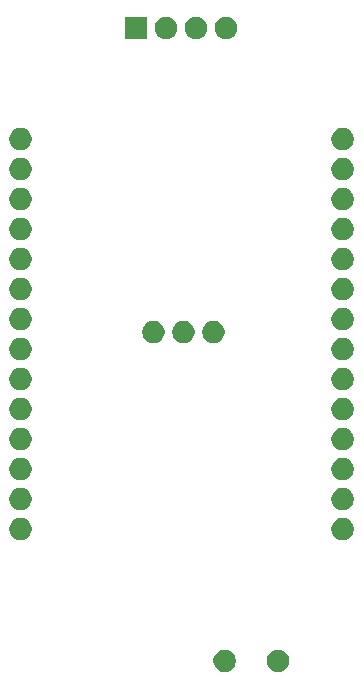
<source format=gbr>
G04 #@! TF.GenerationSoftware,KiCad,Pcbnew,(5.1.6-0-10_14)*
G04 #@! TF.CreationDate,2020-12-22T18:49:04+01:00*
G04 #@! TF.ProjectId,cdm324,63646d33-3234-42e6-9b69-6361645f7063,rev?*
G04 #@! TF.SameCoordinates,Original*
G04 #@! TF.FileFunction,Soldermask,Bot*
G04 #@! TF.FilePolarity,Negative*
%FSLAX46Y46*%
G04 Gerber Fmt 4.6, Leading zero omitted, Abs format (unit mm)*
G04 Created by KiCad (PCBNEW (5.1.6-0-10_14)) date 2020-12-22 18:49:04*
%MOMM*%
%LPD*%
G01*
G04 APERTURE LIST*
%ADD10C,0.100000*%
G04 APERTURE END LIST*
D10*
G36*
X108527105Y-121926508D02*
G01*
X108699994Y-121998121D01*
X108855590Y-122102087D01*
X108987913Y-122234410D01*
X109091879Y-122390006D01*
X109163492Y-122562895D01*
X109200000Y-122746433D01*
X109200000Y-122933567D01*
X109163492Y-123117105D01*
X109091879Y-123289994D01*
X108987913Y-123445590D01*
X108855590Y-123577913D01*
X108699994Y-123681879D01*
X108527105Y-123753492D01*
X108343567Y-123790000D01*
X108156433Y-123790000D01*
X107972895Y-123753492D01*
X107800006Y-123681879D01*
X107644410Y-123577913D01*
X107512087Y-123445590D01*
X107408121Y-123289994D01*
X107336508Y-123117105D01*
X107300000Y-122933567D01*
X107300000Y-122746433D01*
X107336508Y-122562895D01*
X107408121Y-122390006D01*
X107512087Y-122234410D01*
X107644410Y-122102087D01*
X107800006Y-121998121D01*
X107972895Y-121926508D01*
X108156433Y-121890000D01*
X108343567Y-121890000D01*
X108527105Y-121926508D01*
G37*
G36*
X104027105Y-121926508D02*
G01*
X104199994Y-121998121D01*
X104355590Y-122102087D01*
X104487913Y-122234410D01*
X104591879Y-122390006D01*
X104663492Y-122562895D01*
X104700000Y-122746433D01*
X104700000Y-122933567D01*
X104663492Y-123117105D01*
X104591879Y-123289994D01*
X104487913Y-123445590D01*
X104355590Y-123577913D01*
X104199994Y-123681879D01*
X104027105Y-123753492D01*
X103843567Y-123790000D01*
X103656433Y-123790000D01*
X103472895Y-123753492D01*
X103300006Y-123681879D01*
X103144410Y-123577913D01*
X103012087Y-123445590D01*
X102908121Y-123289994D01*
X102836508Y-123117105D01*
X102800000Y-122933567D01*
X102800000Y-122746433D01*
X102836508Y-122562895D01*
X102908121Y-122390006D01*
X103012087Y-122234410D01*
X103144410Y-122102087D01*
X103300006Y-121998121D01*
X103472895Y-121926508D01*
X103656433Y-121890000D01*
X103843567Y-121890000D01*
X104027105Y-121926508D01*
G37*
G36*
X114017105Y-110786508D02*
G01*
X114189994Y-110858121D01*
X114345590Y-110962087D01*
X114477913Y-111094410D01*
X114581879Y-111250006D01*
X114653492Y-111422895D01*
X114690000Y-111606433D01*
X114690000Y-111793567D01*
X114653492Y-111977105D01*
X114581879Y-112149994D01*
X114477913Y-112305590D01*
X114345590Y-112437913D01*
X114189994Y-112541879D01*
X114017105Y-112613492D01*
X113833567Y-112650000D01*
X113646433Y-112650000D01*
X113462895Y-112613492D01*
X113290006Y-112541879D01*
X113134410Y-112437913D01*
X113002087Y-112305590D01*
X112898121Y-112149994D01*
X112826508Y-111977105D01*
X112790000Y-111793567D01*
X112790000Y-111606433D01*
X112826508Y-111422895D01*
X112898121Y-111250006D01*
X113002087Y-111094410D01*
X113134410Y-110962087D01*
X113290006Y-110858121D01*
X113462895Y-110786508D01*
X113646433Y-110750000D01*
X113833567Y-110750000D01*
X114017105Y-110786508D01*
G37*
G36*
X86737105Y-110786508D02*
G01*
X86909994Y-110858121D01*
X87065590Y-110962087D01*
X87197913Y-111094410D01*
X87301879Y-111250006D01*
X87373492Y-111422895D01*
X87410000Y-111606433D01*
X87410000Y-111793567D01*
X87373492Y-111977105D01*
X87301879Y-112149994D01*
X87197913Y-112305590D01*
X87065590Y-112437913D01*
X86909994Y-112541879D01*
X86737105Y-112613492D01*
X86553567Y-112650000D01*
X86366433Y-112650000D01*
X86182895Y-112613492D01*
X86010006Y-112541879D01*
X85854410Y-112437913D01*
X85722087Y-112305590D01*
X85618121Y-112149994D01*
X85546508Y-111977105D01*
X85510000Y-111793567D01*
X85510000Y-111606433D01*
X85546508Y-111422895D01*
X85618121Y-111250006D01*
X85722087Y-111094410D01*
X85854410Y-110962087D01*
X86010006Y-110858121D01*
X86182895Y-110786508D01*
X86366433Y-110750000D01*
X86553567Y-110750000D01*
X86737105Y-110786508D01*
G37*
G36*
X114017105Y-108246508D02*
G01*
X114189994Y-108318121D01*
X114345590Y-108422087D01*
X114477913Y-108554410D01*
X114581879Y-108710006D01*
X114653492Y-108882895D01*
X114690000Y-109066433D01*
X114690000Y-109253567D01*
X114653492Y-109437105D01*
X114581879Y-109609994D01*
X114477913Y-109765590D01*
X114345590Y-109897913D01*
X114189994Y-110001879D01*
X114017105Y-110073492D01*
X113833567Y-110110000D01*
X113646433Y-110110000D01*
X113462895Y-110073492D01*
X113290006Y-110001879D01*
X113134410Y-109897913D01*
X113002087Y-109765590D01*
X112898121Y-109609994D01*
X112826508Y-109437105D01*
X112790000Y-109253567D01*
X112790000Y-109066433D01*
X112826508Y-108882895D01*
X112898121Y-108710006D01*
X113002087Y-108554410D01*
X113134410Y-108422087D01*
X113290006Y-108318121D01*
X113462895Y-108246508D01*
X113646433Y-108210000D01*
X113833567Y-108210000D01*
X114017105Y-108246508D01*
G37*
G36*
X86737105Y-108246508D02*
G01*
X86909994Y-108318121D01*
X87065590Y-108422087D01*
X87197913Y-108554410D01*
X87301879Y-108710006D01*
X87373492Y-108882895D01*
X87410000Y-109066433D01*
X87410000Y-109253567D01*
X87373492Y-109437105D01*
X87301879Y-109609994D01*
X87197913Y-109765590D01*
X87065590Y-109897913D01*
X86909994Y-110001879D01*
X86737105Y-110073492D01*
X86553567Y-110110000D01*
X86366433Y-110110000D01*
X86182895Y-110073492D01*
X86010006Y-110001879D01*
X85854410Y-109897913D01*
X85722087Y-109765590D01*
X85618121Y-109609994D01*
X85546508Y-109437105D01*
X85510000Y-109253567D01*
X85510000Y-109066433D01*
X85546508Y-108882895D01*
X85618121Y-108710006D01*
X85722087Y-108554410D01*
X85854410Y-108422087D01*
X86010006Y-108318121D01*
X86182895Y-108246508D01*
X86366433Y-108210000D01*
X86553567Y-108210000D01*
X86737105Y-108246508D01*
G37*
G36*
X114017105Y-105706508D02*
G01*
X114189994Y-105778121D01*
X114345590Y-105882087D01*
X114477913Y-106014410D01*
X114581879Y-106170006D01*
X114653492Y-106342895D01*
X114690000Y-106526433D01*
X114690000Y-106713567D01*
X114653492Y-106897105D01*
X114581879Y-107069994D01*
X114477913Y-107225590D01*
X114345590Y-107357913D01*
X114189994Y-107461879D01*
X114017105Y-107533492D01*
X113833567Y-107570000D01*
X113646433Y-107570000D01*
X113462895Y-107533492D01*
X113290006Y-107461879D01*
X113134410Y-107357913D01*
X113002087Y-107225590D01*
X112898121Y-107069994D01*
X112826508Y-106897105D01*
X112790000Y-106713567D01*
X112790000Y-106526433D01*
X112826508Y-106342895D01*
X112898121Y-106170006D01*
X113002087Y-106014410D01*
X113134410Y-105882087D01*
X113290006Y-105778121D01*
X113462895Y-105706508D01*
X113646433Y-105670000D01*
X113833567Y-105670000D01*
X114017105Y-105706508D01*
G37*
G36*
X86737105Y-105706508D02*
G01*
X86909994Y-105778121D01*
X87065590Y-105882087D01*
X87197913Y-106014410D01*
X87301879Y-106170006D01*
X87373492Y-106342895D01*
X87410000Y-106526433D01*
X87410000Y-106713567D01*
X87373492Y-106897105D01*
X87301879Y-107069994D01*
X87197913Y-107225590D01*
X87065590Y-107357913D01*
X86909994Y-107461879D01*
X86737105Y-107533492D01*
X86553567Y-107570000D01*
X86366433Y-107570000D01*
X86182895Y-107533492D01*
X86010006Y-107461879D01*
X85854410Y-107357913D01*
X85722087Y-107225590D01*
X85618121Y-107069994D01*
X85546508Y-106897105D01*
X85510000Y-106713567D01*
X85510000Y-106526433D01*
X85546508Y-106342895D01*
X85618121Y-106170006D01*
X85722087Y-106014410D01*
X85854410Y-105882087D01*
X86010006Y-105778121D01*
X86182895Y-105706508D01*
X86366433Y-105670000D01*
X86553567Y-105670000D01*
X86737105Y-105706508D01*
G37*
G36*
X114017105Y-103166508D02*
G01*
X114189994Y-103238121D01*
X114345590Y-103342087D01*
X114477913Y-103474410D01*
X114581879Y-103630006D01*
X114653492Y-103802895D01*
X114690000Y-103986433D01*
X114690000Y-104173567D01*
X114653492Y-104357105D01*
X114581879Y-104529994D01*
X114477913Y-104685590D01*
X114345590Y-104817913D01*
X114189994Y-104921879D01*
X114017105Y-104993492D01*
X113833567Y-105030000D01*
X113646433Y-105030000D01*
X113462895Y-104993492D01*
X113290006Y-104921879D01*
X113134410Y-104817913D01*
X113002087Y-104685590D01*
X112898121Y-104529994D01*
X112826508Y-104357105D01*
X112790000Y-104173567D01*
X112790000Y-103986433D01*
X112826508Y-103802895D01*
X112898121Y-103630006D01*
X113002087Y-103474410D01*
X113134410Y-103342087D01*
X113290006Y-103238121D01*
X113462895Y-103166508D01*
X113646433Y-103130000D01*
X113833567Y-103130000D01*
X114017105Y-103166508D01*
G37*
G36*
X86737105Y-103166508D02*
G01*
X86909994Y-103238121D01*
X87065590Y-103342087D01*
X87197913Y-103474410D01*
X87301879Y-103630006D01*
X87373492Y-103802895D01*
X87410000Y-103986433D01*
X87410000Y-104173567D01*
X87373492Y-104357105D01*
X87301879Y-104529994D01*
X87197913Y-104685590D01*
X87065590Y-104817913D01*
X86909994Y-104921879D01*
X86737105Y-104993492D01*
X86553567Y-105030000D01*
X86366433Y-105030000D01*
X86182895Y-104993492D01*
X86010006Y-104921879D01*
X85854410Y-104817913D01*
X85722087Y-104685590D01*
X85618121Y-104529994D01*
X85546508Y-104357105D01*
X85510000Y-104173567D01*
X85510000Y-103986433D01*
X85546508Y-103802895D01*
X85618121Y-103630006D01*
X85722087Y-103474410D01*
X85854410Y-103342087D01*
X86010006Y-103238121D01*
X86182895Y-103166508D01*
X86366433Y-103130000D01*
X86553567Y-103130000D01*
X86737105Y-103166508D01*
G37*
G36*
X114017105Y-100626508D02*
G01*
X114189994Y-100698121D01*
X114345590Y-100802087D01*
X114477913Y-100934410D01*
X114581879Y-101090006D01*
X114653492Y-101262895D01*
X114690000Y-101446433D01*
X114690000Y-101633567D01*
X114653492Y-101817105D01*
X114581879Y-101989994D01*
X114477913Y-102145590D01*
X114345590Y-102277913D01*
X114189994Y-102381879D01*
X114017105Y-102453492D01*
X113833567Y-102490000D01*
X113646433Y-102490000D01*
X113462895Y-102453492D01*
X113290006Y-102381879D01*
X113134410Y-102277913D01*
X113002087Y-102145590D01*
X112898121Y-101989994D01*
X112826508Y-101817105D01*
X112790000Y-101633567D01*
X112790000Y-101446433D01*
X112826508Y-101262895D01*
X112898121Y-101090006D01*
X113002087Y-100934410D01*
X113134410Y-100802087D01*
X113290006Y-100698121D01*
X113462895Y-100626508D01*
X113646433Y-100590000D01*
X113833567Y-100590000D01*
X114017105Y-100626508D01*
G37*
G36*
X86737105Y-100626508D02*
G01*
X86909994Y-100698121D01*
X87065590Y-100802087D01*
X87197913Y-100934410D01*
X87301879Y-101090006D01*
X87373492Y-101262895D01*
X87410000Y-101446433D01*
X87410000Y-101633567D01*
X87373492Y-101817105D01*
X87301879Y-101989994D01*
X87197913Y-102145590D01*
X87065590Y-102277913D01*
X86909994Y-102381879D01*
X86737105Y-102453492D01*
X86553567Y-102490000D01*
X86366433Y-102490000D01*
X86182895Y-102453492D01*
X86010006Y-102381879D01*
X85854410Y-102277913D01*
X85722087Y-102145590D01*
X85618121Y-101989994D01*
X85546508Y-101817105D01*
X85510000Y-101633567D01*
X85510000Y-101446433D01*
X85546508Y-101262895D01*
X85618121Y-101090006D01*
X85722087Y-100934410D01*
X85854410Y-100802087D01*
X86010006Y-100698121D01*
X86182895Y-100626508D01*
X86366433Y-100590000D01*
X86553567Y-100590000D01*
X86737105Y-100626508D01*
G37*
G36*
X86737105Y-98086508D02*
G01*
X86909994Y-98158121D01*
X87065590Y-98262087D01*
X87197913Y-98394410D01*
X87301879Y-98550006D01*
X87373492Y-98722895D01*
X87410000Y-98906433D01*
X87410000Y-99093567D01*
X87373492Y-99277105D01*
X87301879Y-99449994D01*
X87197913Y-99605590D01*
X87065590Y-99737913D01*
X86909994Y-99841879D01*
X86737105Y-99913492D01*
X86553567Y-99950000D01*
X86366433Y-99950000D01*
X86182895Y-99913492D01*
X86010006Y-99841879D01*
X85854410Y-99737913D01*
X85722087Y-99605590D01*
X85618121Y-99449994D01*
X85546508Y-99277105D01*
X85510000Y-99093567D01*
X85510000Y-98906433D01*
X85546508Y-98722895D01*
X85618121Y-98550006D01*
X85722087Y-98394410D01*
X85854410Y-98262087D01*
X86010006Y-98158121D01*
X86182895Y-98086508D01*
X86366433Y-98050000D01*
X86553567Y-98050000D01*
X86737105Y-98086508D01*
G37*
G36*
X114017105Y-98086508D02*
G01*
X114189994Y-98158121D01*
X114345590Y-98262087D01*
X114477913Y-98394410D01*
X114581879Y-98550006D01*
X114653492Y-98722895D01*
X114690000Y-98906433D01*
X114690000Y-99093567D01*
X114653492Y-99277105D01*
X114581879Y-99449994D01*
X114477913Y-99605590D01*
X114345590Y-99737913D01*
X114189994Y-99841879D01*
X114017105Y-99913492D01*
X113833567Y-99950000D01*
X113646433Y-99950000D01*
X113462895Y-99913492D01*
X113290006Y-99841879D01*
X113134410Y-99737913D01*
X113002087Y-99605590D01*
X112898121Y-99449994D01*
X112826508Y-99277105D01*
X112790000Y-99093567D01*
X112790000Y-98906433D01*
X112826508Y-98722895D01*
X112898121Y-98550006D01*
X113002087Y-98394410D01*
X113134410Y-98262087D01*
X113290006Y-98158121D01*
X113462895Y-98086508D01*
X113646433Y-98050000D01*
X113833567Y-98050000D01*
X114017105Y-98086508D01*
G37*
G36*
X114017105Y-95546508D02*
G01*
X114189994Y-95618121D01*
X114345590Y-95722087D01*
X114477913Y-95854410D01*
X114581879Y-96010006D01*
X114653492Y-96182895D01*
X114690000Y-96366433D01*
X114690000Y-96553567D01*
X114653492Y-96737105D01*
X114581879Y-96909994D01*
X114477913Y-97065590D01*
X114345590Y-97197913D01*
X114189994Y-97301879D01*
X114017105Y-97373492D01*
X113833567Y-97410000D01*
X113646433Y-97410000D01*
X113462895Y-97373492D01*
X113290006Y-97301879D01*
X113134410Y-97197913D01*
X113002087Y-97065590D01*
X112898121Y-96909994D01*
X112826508Y-96737105D01*
X112790000Y-96553567D01*
X112790000Y-96366433D01*
X112826508Y-96182895D01*
X112898121Y-96010006D01*
X113002087Y-95854410D01*
X113134410Y-95722087D01*
X113290006Y-95618121D01*
X113462895Y-95546508D01*
X113646433Y-95510000D01*
X113833567Y-95510000D01*
X114017105Y-95546508D01*
G37*
G36*
X86737105Y-95546508D02*
G01*
X86909994Y-95618121D01*
X87065590Y-95722087D01*
X87197913Y-95854410D01*
X87301879Y-96010006D01*
X87373492Y-96182895D01*
X87410000Y-96366433D01*
X87410000Y-96553567D01*
X87373492Y-96737105D01*
X87301879Y-96909994D01*
X87197913Y-97065590D01*
X87065590Y-97197913D01*
X86909994Y-97301879D01*
X86737105Y-97373492D01*
X86553567Y-97410000D01*
X86366433Y-97410000D01*
X86182895Y-97373492D01*
X86010006Y-97301879D01*
X85854410Y-97197913D01*
X85722087Y-97065590D01*
X85618121Y-96909994D01*
X85546508Y-96737105D01*
X85510000Y-96553567D01*
X85510000Y-96366433D01*
X85546508Y-96182895D01*
X85618121Y-96010006D01*
X85722087Y-95854410D01*
X85854410Y-95722087D01*
X86010006Y-95618121D01*
X86182895Y-95546508D01*
X86366433Y-95510000D01*
X86553567Y-95510000D01*
X86737105Y-95546508D01*
G37*
G36*
X103067105Y-94086508D02*
G01*
X103239994Y-94158121D01*
X103395590Y-94262087D01*
X103527913Y-94394410D01*
X103631879Y-94550006D01*
X103703492Y-94722895D01*
X103740000Y-94906433D01*
X103740000Y-95093567D01*
X103703492Y-95277105D01*
X103631879Y-95449994D01*
X103527913Y-95605590D01*
X103395590Y-95737913D01*
X103239994Y-95841879D01*
X103067105Y-95913492D01*
X102883567Y-95950000D01*
X102696433Y-95950000D01*
X102512895Y-95913492D01*
X102340006Y-95841879D01*
X102184410Y-95737913D01*
X102052087Y-95605590D01*
X101948121Y-95449994D01*
X101876508Y-95277105D01*
X101840000Y-95093567D01*
X101840000Y-94906433D01*
X101876508Y-94722895D01*
X101948121Y-94550006D01*
X102052087Y-94394410D01*
X102184410Y-94262087D01*
X102340006Y-94158121D01*
X102512895Y-94086508D01*
X102696433Y-94050000D01*
X102883567Y-94050000D01*
X103067105Y-94086508D01*
G37*
G36*
X100527105Y-94086508D02*
G01*
X100699994Y-94158121D01*
X100855590Y-94262087D01*
X100987913Y-94394410D01*
X101091879Y-94550006D01*
X101163492Y-94722895D01*
X101200000Y-94906433D01*
X101200000Y-95093567D01*
X101163492Y-95277105D01*
X101091879Y-95449994D01*
X100987913Y-95605590D01*
X100855590Y-95737913D01*
X100699994Y-95841879D01*
X100527105Y-95913492D01*
X100343567Y-95950000D01*
X100156433Y-95950000D01*
X99972895Y-95913492D01*
X99800006Y-95841879D01*
X99644410Y-95737913D01*
X99512087Y-95605590D01*
X99408121Y-95449994D01*
X99336508Y-95277105D01*
X99300000Y-95093567D01*
X99300000Y-94906433D01*
X99336508Y-94722895D01*
X99408121Y-94550006D01*
X99512087Y-94394410D01*
X99644410Y-94262087D01*
X99800006Y-94158121D01*
X99972895Y-94086508D01*
X100156433Y-94050000D01*
X100343567Y-94050000D01*
X100527105Y-94086508D01*
G37*
G36*
X97987105Y-94086508D02*
G01*
X98159994Y-94158121D01*
X98315590Y-94262087D01*
X98447913Y-94394410D01*
X98551879Y-94550006D01*
X98623492Y-94722895D01*
X98660000Y-94906433D01*
X98660000Y-95093567D01*
X98623492Y-95277105D01*
X98551879Y-95449994D01*
X98447913Y-95605590D01*
X98315590Y-95737913D01*
X98159994Y-95841879D01*
X97987105Y-95913492D01*
X97803567Y-95950000D01*
X97616433Y-95950000D01*
X97432895Y-95913492D01*
X97260006Y-95841879D01*
X97104410Y-95737913D01*
X96972087Y-95605590D01*
X96868121Y-95449994D01*
X96796508Y-95277105D01*
X96760000Y-95093567D01*
X96760000Y-94906433D01*
X96796508Y-94722895D01*
X96868121Y-94550006D01*
X96972087Y-94394410D01*
X97104410Y-94262087D01*
X97260006Y-94158121D01*
X97432895Y-94086508D01*
X97616433Y-94050000D01*
X97803567Y-94050000D01*
X97987105Y-94086508D01*
G37*
G36*
X114017105Y-93006508D02*
G01*
X114189994Y-93078121D01*
X114345590Y-93182087D01*
X114477913Y-93314410D01*
X114581879Y-93470006D01*
X114653492Y-93642895D01*
X114690000Y-93826433D01*
X114690000Y-94013567D01*
X114653492Y-94197105D01*
X114581879Y-94369994D01*
X114477913Y-94525590D01*
X114345590Y-94657913D01*
X114189994Y-94761879D01*
X114017105Y-94833492D01*
X113833567Y-94870000D01*
X113646433Y-94870000D01*
X113462895Y-94833492D01*
X113290006Y-94761879D01*
X113134410Y-94657913D01*
X113002087Y-94525590D01*
X112898121Y-94369994D01*
X112826508Y-94197105D01*
X112790000Y-94013567D01*
X112790000Y-93826433D01*
X112826508Y-93642895D01*
X112898121Y-93470006D01*
X113002087Y-93314410D01*
X113134410Y-93182087D01*
X113290006Y-93078121D01*
X113462895Y-93006508D01*
X113646433Y-92970000D01*
X113833567Y-92970000D01*
X114017105Y-93006508D01*
G37*
G36*
X86737105Y-93006508D02*
G01*
X86909994Y-93078121D01*
X87065590Y-93182087D01*
X87197913Y-93314410D01*
X87301879Y-93470006D01*
X87373492Y-93642895D01*
X87410000Y-93826433D01*
X87410000Y-94013567D01*
X87373492Y-94197105D01*
X87301879Y-94369994D01*
X87197913Y-94525590D01*
X87065590Y-94657913D01*
X86909994Y-94761879D01*
X86737105Y-94833492D01*
X86553567Y-94870000D01*
X86366433Y-94870000D01*
X86182895Y-94833492D01*
X86010006Y-94761879D01*
X85854410Y-94657913D01*
X85722087Y-94525590D01*
X85618121Y-94369994D01*
X85546508Y-94197105D01*
X85510000Y-94013567D01*
X85510000Y-93826433D01*
X85546508Y-93642895D01*
X85618121Y-93470006D01*
X85722087Y-93314410D01*
X85854410Y-93182087D01*
X86010006Y-93078121D01*
X86182895Y-93006508D01*
X86366433Y-92970000D01*
X86553567Y-92970000D01*
X86737105Y-93006508D01*
G37*
G36*
X114017105Y-90466508D02*
G01*
X114189994Y-90538121D01*
X114345590Y-90642087D01*
X114477913Y-90774410D01*
X114581879Y-90930006D01*
X114653492Y-91102895D01*
X114690000Y-91286433D01*
X114690000Y-91473567D01*
X114653492Y-91657105D01*
X114581879Y-91829994D01*
X114477913Y-91985590D01*
X114345590Y-92117913D01*
X114189994Y-92221879D01*
X114017105Y-92293492D01*
X113833567Y-92330000D01*
X113646433Y-92330000D01*
X113462895Y-92293492D01*
X113290006Y-92221879D01*
X113134410Y-92117913D01*
X113002087Y-91985590D01*
X112898121Y-91829994D01*
X112826508Y-91657105D01*
X112790000Y-91473567D01*
X112790000Y-91286433D01*
X112826508Y-91102895D01*
X112898121Y-90930006D01*
X113002087Y-90774410D01*
X113134410Y-90642087D01*
X113290006Y-90538121D01*
X113462895Y-90466508D01*
X113646433Y-90430000D01*
X113833567Y-90430000D01*
X114017105Y-90466508D01*
G37*
G36*
X86737105Y-90466508D02*
G01*
X86909994Y-90538121D01*
X87065590Y-90642087D01*
X87197913Y-90774410D01*
X87301879Y-90930006D01*
X87373492Y-91102895D01*
X87410000Y-91286433D01*
X87410000Y-91473567D01*
X87373492Y-91657105D01*
X87301879Y-91829994D01*
X87197913Y-91985590D01*
X87065590Y-92117913D01*
X86909994Y-92221879D01*
X86737105Y-92293492D01*
X86553567Y-92330000D01*
X86366433Y-92330000D01*
X86182895Y-92293492D01*
X86010006Y-92221879D01*
X85854410Y-92117913D01*
X85722087Y-91985590D01*
X85618121Y-91829994D01*
X85546508Y-91657105D01*
X85510000Y-91473567D01*
X85510000Y-91286433D01*
X85546508Y-91102895D01*
X85618121Y-90930006D01*
X85722087Y-90774410D01*
X85854410Y-90642087D01*
X86010006Y-90538121D01*
X86182895Y-90466508D01*
X86366433Y-90430000D01*
X86553567Y-90430000D01*
X86737105Y-90466508D01*
G37*
G36*
X114017105Y-87926508D02*
G01*
X114189994Y-87998121D01*
X114345590Y-88102087D01*
X114477913Y-88234410D01*
X114581879Y-88390006D01*
X114653492Y-88562895D01*
X114690000Y-88746433D01*
X114690000Y-88933567D01*
X114653492Y-89117105D01*
X114581879Y-89289994D01*
X114477913Y-89445590D01*
X114345590Y-89577913D01*
X114189994Y-89681879D01*
X114017105Y-89753492D01*
X113833567Y-89790000D01*
X113646433Y-89790000D01*
X113462895Y-89753492D01*
X113290006Y-89681879D01*
X113134410Y-89577913D01*
X113002087Y-89445590D01*
X112898121Y-89289994D01*
X112826508Y-89117105D01*
X112790000Y-88933567D01*
X112790000Y-88746433D01*
X112826508Y-88562895D01*
X112898121Y-88390006D01*
X113002087Y-88234410D01*
X113134410Y-88102087D01*
X113290006Y-87998121D01*
X113462895Y-87926508D01*
X113646433Y-87890000D01*
X113833567Y-87890000D01*
X114017105Y-87926508D01*
G37*
G36*
X86737105Y-87926508D02*
G01*
X86909994Y-87998121D01*
X87065590Y-88102087D01*
X87197913Y-88234410D01*
X87301879Y-88390006D01*
X87373492Y-88562895D01*
X87410000Y-88746433D01*
X87410000Y-88933567D01*
X87373492Y-89117105D01*
X87301879Y-89289994D01*
X87197913Y-89445590D01*
X87065590Y-89577913D01*
X86909994Y-89681879D01*
X86737105Y-89753492D01*
X86553567Y-89790000D01*
X86366433Y-89790000D01*
X86182895Y-89753492D01*
X86010006Y-89681879D01*
X85854410Y-89577913D01*
X85722087Y-89445590D01*
X85618121Y-89289994D01*
X85546508Y-89117105D01*
X85510000Y-88933567D01*
X85510000Y-88746433D01*
X85546508Y-88562895D01*
X85618121Y-88390006D01*
X85722087Y-88234410D01*
X85854410Y-88102087D01*
X86010006Y-87998121D01*
X86182895Y-87926508D01*
X86366433Y-87890000D01*
X86553567Y-87890000D01*
X86737105Y-87926508D01*
G37*
G36*
X114017105Y-85386508D02*
G01*
X114189994Y-85458121D01*
X114345590Y-85562087D01*
X114477913Y-85694410D01*
X114581879Y-85850006D01*
X114653492Y-86022895D01*
X114690000Y-86206433D01*
X114690000Y-86393567D01*
X114653492Y-86577105D01*
X114581879Y-86749994D01*
X114477913Y-86905590D01*
X114345590Y-87037913D01*
X114189994Y-87141879D01*
X114017105Y-87213492D01*
X113833567Y-87250000D01*
X113646433Y-87250000D01*
X113462895Y-87213492D01*
X113290006Y-87141879D01*
X113134410Y-87037913D01*
X113002087Y-86905590D01*
X112898121Y-86749994D01*
X112826508Y-86577105D01*
X112790000Y-86393567D01*
X112790000Y-86206433D01*
X112826508Y-86022895D01*
X112898121Y-85850006D01*
X113002087Y-85694410D01*
X113134410Y-85562087D01*
X113290006Y-85458121D01*
X113462895Y-85386508D01*
X113646433Y-85350000D01*
X113833567Y-85350000D01*
X114017105Y-85386508D01*
G37*
G36*
X86737105Y-85386508D02*
G01*
X86909994Y-85458121D01*
X87065590Y-85562087D01*
X87197913Y-85694410D01*
X87301879Y-85850006D01*
X87373492Y-86022895D01*
X87410000Y-86206433D01*
X87410000Y-86393567D01*
X87373492Y-86577105D01*
X87301879Y-86749994D01*
X87197913Y-86905590D01*
X87065590Y-87037913D01*
X86909994Y-87141879D01*
X86737105Y-87213492D01*
X86553567Y-87250000D01*
X86366433Y-87250000D01*
X86182895Y-87213492D01*
X86010006Y-87141879D01*
X85854410Y-87037913D01*
X85722087Y-86905590D01*
X85618121Y-86749994D01*
X85546508Y-86577105D01*
X85510000Y-86393567D01*
X85510000Y-86206433D01*
X85546508Y-86022895D01*
X85618121Y-85850006D01*
X85722087Y-85694410D01*
X85854410Y-85562087D01*
X86010006Y-85458121D01*
X86182895Y-85386508D01*
X86366433Y-85350000D01*
X86553567Y-85350000D01*
X86737105Y-85386508D01*
G37*
G36*
X86737105Y-82846508D02*
G01*
X86909994Y-82918121D01*
X87065590Y-83022087D01*
X87197913Y-83154410D01*
X87301879Y-83310006D01*
X87373492Y-83482895D01*
X87410000Y-83666433D01*
X87410000Y-83853567D01*
X87373492Y-84037105D01*
X87301879Y-84209994D01*
X87197913Y-84365590D01*
X87065590Y-84497913D01*
X86909994Y-84601879D01*
X86737105Y-84673492D01*
X86553567Y-84710000D01*
X86366433Y-84710000D01*
X86182895Y-84673492D01*
X86010006Y-84601879D01*
X85854410Y-84497913D01*
X85722087Y-84365590D01*
X85618121Y-84209994D01*
X85546508Y-84037105D01*
X85510000Y-83853567D01*
X85510000Y-83666433D01*
X85546508Y-83482895D01*
X85618121Y-83310006D01*
X85722087Y-83154410D01*
X85854410Y-83022087D01*
X86010006Y-82918121D01*
X86182895Y-82846508D01*
X86366433Y-82810000D01*
X86553567Y-82810000D01*
X86737105Y-82846508D01*
G37*
G36*
X114017105Y-82846508D02*
G01*
X114189994Y-82918121D01*
X114345590Y-83022087D01*
X114477913Y-83154410D01*
X114581879Y-83310006D01*
X114653492Y-83482895D01*
X114690000Y-83666433D01*
X114690000Y-83853567D01*
X114653492Y-84037105D01*
X114581879Y-84209994D01*
X114477913Y-84365590D01*
X114345590Y-84497913D01*
X114189994Y-84601879D01*
X114017105Y-84673492D01*
X113833567Y-84710000D01*
X113646433Y-84710000D01*
X113462895Y-84673492D01*
X113290006Y-84601879D01*
X113134410Y-84497913D01*
X113002087Y-84365590D01*
X112898121Y-84209994D01*
X112826508Y-84037105D01*
X112790000Y-83853567D01*
X112790000Y-83666433D01*
X112826508Y-83482895D01*
X112898121Y-83310006D01*
X113002087Y-83154410D01*
X113134410Y-83022087D01*
X113290006Y-82918121D01*
X113462895Y-82846508D01*
X113646433Y-82810000D01*
X113833567Y-82810000D01*
X114017105Y-82846508D01*
G37*
G36*
X86737105Y-80306508D02*
G01*
X86909994Y-80378121D01*
X87065590Y-80482087D01*
X87197913Y-80614410D01*
X87301879Y-80770006D01*
X87373492Y-80942895D01*
X87410000Y-81126433D01*
X87410000Y-81313567D01*
X87373492Y-81497105D01*
X87301879Y-81669994D01*
X87197913Y-81825590D01*
X87065590Y-81957913D01*
X86909994Y-82061879D01*
X86737105Y-82133492D01*
X86553567Y-82170000D01*
X86366433Y-82170000D01*
X86182895Y-82133492D01*
X86010006Y-82061879D01*
X85854410Y-81957913D01*
X85722087Y-81825590D01*
X85618121Y-81669994D01*
X85546508Y-81497105D01*
X85510000Y-81313567D01*
X85510000Y-81126433D01*
X85546508Y-80942895D01*
X85618121Y-80770006D01*
X85722087Y-80614410D01*
X85854410Y-80482087D01*
X86010006Y-80378121D01*
X86182895Y-80306508D01*
X86366433Y-80270000D01*
X86553567Y-80270000D01*
X86737105Y-80306508D01*
G37*
G36*
X114017105Y-80306508D02*
G01*
X114189994Y-80378121D01*
X114345590Y-80482087D01*
X114477913Y-80614410D01*
X114581879Y-80770006D01*
X114653492Y-80942895D01*
X114690000Y-81126433D01*
X114690000Y-81313567D01*
X114653492Y-81497105D01*
X114581879Y-81669994D01*
X114477913Y-81825590D01*
X114345590Y-81957913D01*
X114189994Y-82061879D01*
X114017105Y-82133492D01*
X113833567Y-82170000D01*
X113646433Y-82170000D01*
X113462895Y-82133492D01*
X113290006Y-82061879D01*
X113134410Y-81957913D01*
X113002087Y-81825590D01*
X112898121Y-81669994D01*
X112826508Y-81497105D01*
X112790000Y-81313567D01*
X112790000Y-81126433D01*
X112826508Y-80942895D01*
X112898121Y-80770006D01*
X113002087Y-80614410D01*
X113134410Y-80482087D01*
X113290006Y-80378121D01*
X113462895Y-80306508D01*
X113646433Y-80270000D01*
X113833567Y-80270000D01*
X114017105Y-80306508D01*
G37*
G36*
X86737105Y-77766508D02*
G01*
X86909994Y-77838121D01*
X87065590Y-77942087D01*
X87197913Y-78074410D01*
X87301879Y-78230006D01*
X87373492Y-78402895D01*
X87410000Y-78586433D01*
X87410000Y-78773567D01*
X87373492Y-78957105D01*
X87301879Y-79129994D01*
X87197913Y-79285590D01*
X87065590Y-79417913D01*
X86909994Y-79521879D01*
X86737105Y-79593492D01*
X86553567Y-79630000D01*
X86366433Y-79630000D01*
X86182895Y-79593492D01*
X86010006Y-79521879D01*
X85854410Y-79417913D01*
X85722087Y-79285590D01*
X85618121Y-79129994D01*
X85546508Y-78957105D01*
X85510000Y-78773567D01*
X85510000Y-78586433D01*
X85546508Y-78402895D01*
X85618121Y-78230006D01*
X85722087Y-78074410D01*
X85854410Y-77942087D01*
X86010006Y-77838121D01*
X86182895Y-77766508D01*
X86366433Y-77730000D01*
X86553567Y-77730000D01*
X86737105Y-77766508D01*
G37*
G36*
X114017105Y-77766508D02*
G01*
X114189994Y-77838121D01*
X114345590Y-77942087D01*
X114477913Y-78074410D01*
X114581879Y-78230006D01*
X114653492Y-78402895D01*
X114690000Y-78586433D01*
X114690000Y-78773567D01*
X114653492Y-78957105D01*
X114581879Y-79129994D01*
X114477913Y-79285590D01*
X114345590Y-79417913D01*
X114189994Y-79521879D01*
X114017105Y-79593492D01*
X113833567Y-79630000D01*
X113646433Y-79630000D01*
X113462895Y-79593492D01*
X113290006Y-79521879D01*
X113134410Y-79417913D01*
X113002087Y-79285590D01*
X112898121Y-79129994D01*
X112826508Y-78957105D01*
X112790000Y-78773567D01*
X112790000Y-78586433D01*
X112826508Y-78402895D01*
X112898121Y-78230006D01*
X113002087Y-78074410D01*
X113134410Y-77942087D01*
X113290006Y-77838121D01*
X113462895Y-77766508D01*
X113646433Y-77730000D01*
X113833567Y-77730000D01*
X114017105Y-77766508D01*
G37*
G36*
X97200000Y-70200000D02*
G01*
X95300000Y-70200000D01*
X95300000Y-68300000D01*
X97200000Y-68300000D01*
X97200000Y-70200000D01*
G37*
G36*
X99067105Y-68336508D02*
G01*
X99239994Y-68408121D01*
X99395590Y-68512087D01*
X99527913Y-68644410D01*
X99631879Y-68800006D01*
X99703492Y-68972895D01*
X99740000Y-69156433D01*
X99740000Y-69343567D01*
X99703492Y-69527105D01*
X99631879Y-69699994D01*
X99527913Y-69855590D01*
X99395590Y-69987913D01*
X99239994Y-70091879D01*
X99067105Y-70163492D01*
X98883567Y-70200000D01*
X98696433Y-70200000D01*
X98512895Y-70163492D01*
X98340006Y-70091879D01*
X98184410Y-69987913D01*
X98052087Y-69855590D01*
X97948121Y-69699994D01*
X97876508Y-69527105D01*
X97840000Y-69343567D01*
X97840000Y-69156433D01*
X97876508Y-68972895D01*
X97948121Y-68800006D01*
X98052087Y-68644410D01*
X98184410Y-68512087D01*
X98340006Y-68408121D01*
X98512895Y-68336508D01*
X98696433Y-68300000D01*
X98883567Y-68300000D01*
X99067105Y-68336508D01*
G37*
G36*
X101607105Y-68336508D02*
G01*
X101779994Y-68408121D01*
X101935590Y-68512087D01*
X102067913Y-68644410D01*
X102171879Y-68800006D01*
X102243492Y-68972895D01*
X102280000Y-69156433D01*
X102280000Y-69343567D01*
X102243492Y-69527105D01*
X102171879Y-69699994D01*
X102067913Y-69855590D01*
X101935590Y-69987913D01*
X101779994Y-70091879D01*
X101607105Y-70163492D01*
X101423567Y-70200000D01*
X101236433Y-70200000D01*
X101052895Y-70163492D01*
X100880006Y-70091879D01*
X100724410Y-69987913D01*
X100592087Y-69855590D01*
X100488121Y-69699994D01*
X100416508Y-69527105D01*
X100380000Y-69343567D01*
X100380000Y-69156433D01*
X100416508Y-68972895D01*
X100488121Y-68800006D01*
X100592087Y-68644410D01*
X100724410Y-68512087D01*
X100880006Y-68408121D01*
X101052895Y-68336508D01*
X101236433Y-68300000D01*
X101423567Y-68300000D01*
X101607105Y-68336508D01*
G37*
G36*
X104147105Y-68336508D02*
G01*
X104319994Y-68408121D01*
X104475590Y-68512087D01*
X104607913Y-68644410D01*
X104711879Y-68800006D01*
X104783492Y-68972895D01*
X104820000Y-69156433D01*
X104820000Y-69343567D01*
X104783492Y-69527105D01*
X104711879Y-69699994D01*
X104607913Y-69855590D01*
X104475590Y-69987913D01*
X104319994Y-70091879D01*
X104147105Y-70163492D01*
X103963567Y-70200000D01*
X103776433Y-70200000D01*
X103592895Y-70163492D01*
X103420006Y-70091879D01*
X103264410Y-69987913D01*
X103132087Y-69855590D01*
X103028121Y-69699994D01*
X102956508Y-69527105D01*
X102920000Y-69343567D01*
X102920000Y-69156433D01*
X102956508Y-68972895D01*
X103028121Y-68800006D01*
X103132087Y-68644410D01*
X103264410Y-68512087D01*
X103420006Y-68408121D01*
X103592895Y-68336508D01*
X103776433Y-68300000D01*
X103963567Y-68300000D01*
X104147105Y-68336508D01*
G37*
M02*

</source>
